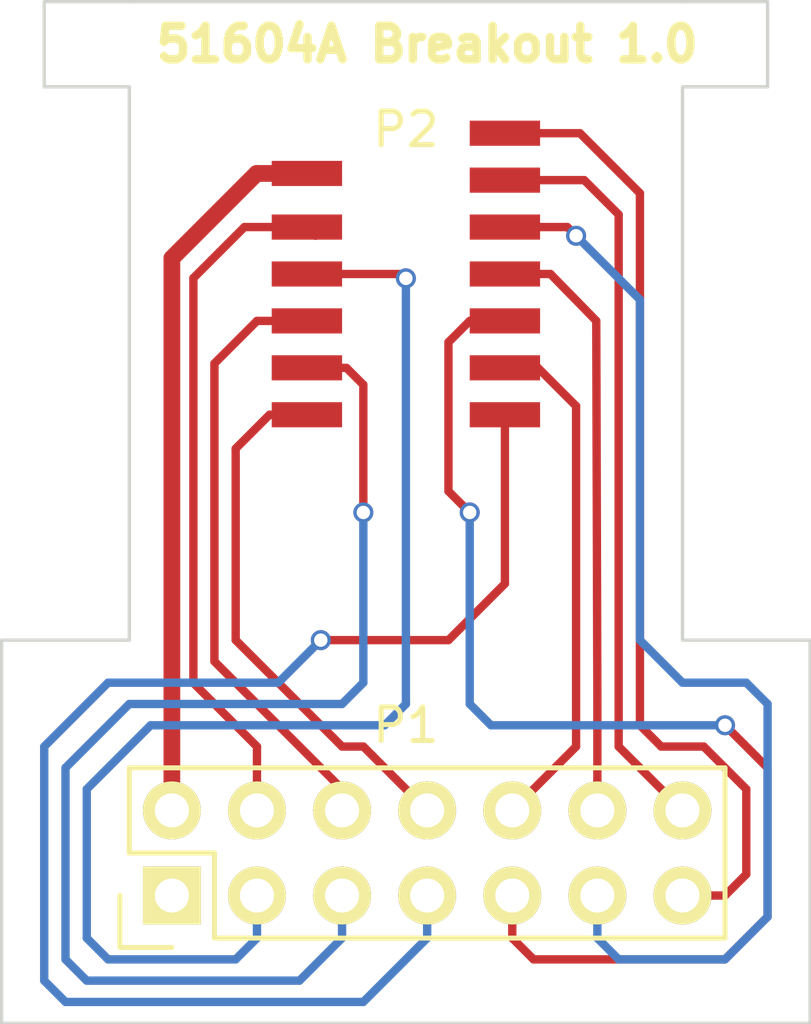
<source format=kicad_pcb>
(kicad_pcb (version 20171130) (host pcbnew "(5.1.12)-1")

  (general
    (thickness 1.6)
    (drawings 15)
    (tracks 111)
    (zones 0)
    (modules 2)
    (nets 15)
  )

  (page A4)
  (layers
    (0 F.Cu signal)
    (31 B.Cu signal)
    (32 B.Adhes user)
    (33 F.Adhes user hide)
    (34 B.Paste user)
    (35 F.Paste user)
    (36 B.SilkS user)
    (37 F.SilkS user)
    (38 B.Mask user)
    (39 F.Mask user)
    (40 Dwgs.User user)
    (41 Cmts.User user)
    (42 Eco1.User user)
    (43 Eco2.User user)
    (44 Edge.Cuts user)
    (45 Margin user)
    (46 B.CrtYd user)
    (47 F.CrtYd user)
    (48 B.Fab user)
    (49 F.Fab user)
  )

  (setup
    (last_trace_width 0.25)
    (trace_clearance 0.2)
    (zone_clearance 0.508)
    (zone_45_only no)
    (trace_min 0.2)
    (via_size 0.6)
    (via_drill 0.4)
    (via_min_size 0.4)
    (via_min_drill 0.3)
    (uvia_size 0.3)
    (uvia_drill 0.1)
    (uvias_allowed no)
    (uvia_min_size 0.2)
    (uvia_min_drill 0.1)
    (edge_width 0.1)
    (segment_width 0.2)
    (pcb_text_width 0.3)
    (pcb_text_size 1.5 1.5)
    (mod_edge_width 0.15)
    (mod_text_size 1 1)
    (mod_text_width 0.15)
    (pad_size 1.5 1.5)
    (pad_drill 0.6)
    (pad_to_mask_clearance 0)
    (aux_axis_origin 0 0)
    (visible_elements 7FFFFFFF)
    (pcbplotparams
      (layerselection 0x00000_00000001)
      (usegerberextensions false)
      (usegerberattributes true)
      (usegerberadvancedattributes true)
      (creategerberjobfile true)
      (excludeedgelayer false)
      (linewidth 0.100000)
      (plotframeref false)
      (viasonmask false)
      (mode 1)
      (useauxorigin false)
      (hpglpennumber 1)
      (hpglpenspeed 20)
      (hpglpendiameter 15.000000)
      (psnegative false)
      (psa4output false)
      (plotreference true)
      (plotvalue true)
      (plotinvisibletext false)
      (padsonsilk false)
      (subtractmaskfromsilk false)
      (outputformat 4)
      (mirror false)
      (drillshape 0)
      (scaleselection 1)
      (outputdirectory ""))
  )

  (net 0 "")
  (net 1 "Net-(P1-Pad1)")
  (net 2 /VCC)
  (net 3 "Net-(P1-Pad3)")
  (net 4 "Net-(P1-Pad4)")
  (net 5 "Net-(P1-Pad5)")
  (net 6 "Net-(P1-Pad6)")
  (net 7 "Net-(P1-Pad7)")
  (net 8 "Net-(P1-Pad8)")
  (net 9 "Net-(P1-Pad9)")
  (net 10 "Net-(P1-Pad10)")
  (net 11 "Net-(P1-Pad11)")
  (net 12 "Net-(P1-Pad12)")
  (net 13 "Net-(P1-Pad13)")
  (net 14 "Net-(P1-Pad14)")

  (net_class Default "This is the default net class."
    (clearance 0.2)
    (trace_width 0.25)
    (via_dia 0.6)
    (via_drill 0.4)
    (uvia_dia 0.3)
    (uvia_drill 0.1)
    (add_net "Net-(P1-Pad1)")
    (add_net "Net-(P1-Pad10)")
    (add_net "Net-(P1-Pad11)")
    (add_net "Net-(P1-Pad12)")
    (add_net "Net-(P1-Pad13)")
    (add_net "Net-(P1-Pad14)")
    (add_net "Net-(P1-Pad3)")
    (add_net "Net-(P1-Pad4)")
    (add_net "Net-(P1-Pad5)")
    (add_net "Net-(P1-Pad6)")
    (add_net "Net-(P1-Pad7)")
    (add_net "Net-(P1-Pad8)")
    (add_net "Net-(P1-Pad9)")
  )

  (net_class VCC ""
    (clearance 0.2)
    (trace_width 0.5)
    (via_dia 0.6)
    (via_drill 0.4)
    (uvia_dia 0.3)
    (uvia_drill 0.1)
    (add_net /VCC)
  )

  (module Pin_Headers:Pin_Header_Straight_2x07 (layer F.Cu) (tedit 55842672) (tstamp 5583F767)
    (at 39.37 59.69 90)
    (descr "Through hole pin header")
    (tags "pin header")
    (path /5582B2A2)
    (fp_text reference P1 (at 5.08 6.985 180) (layer F.SilkS)
      (effects (font (size 1 1) (thickness 0.15)))
    )
    (fp_text value CONN_02X07 (at 1.905 -3.175 90) (layer F.Fab)
      (effects (font (size 1 1) (thickness 0.15)))
    )
    (fp_line (start -1.55 -1.55) (end -1.55 0) (layer F.SilkS) (width 0.15))
    (fp_line (start 1.27 1.27) (end -1.27 1.27) (layer F.SilkS) (width 0.15))
    (fp_line (start 1.27 -1.27) (end 1.27 1.27) (layer F.SilkS) (width 0.15))
    (fp_line (start 0 -1.55) (end -1.55 -1.55) (layer F.SilkS) (width 0.15))
    (fp_line (start 3.81 -1.27) (end 1.27 -1.27) (layer F.SilkS) (width 0.15))
    (fp_line (start 3.81 16.51) (end -1.27 16.51) (layer F.SilkS) (width 0.15))
    (fp_line (start -1.27 1.27) (end -1.27 16.51) (layer F.SilkS) (width 0.15))
    (fp_line (start 3.81 16.51) (end 3.81 -1.27) (layer F.SilkS) (width 0.15))
    (fp_line (start -1.75 17) (end 4.3 17) (layer F.CrtYd) (width 0.05))
    (fp_line (start -1.75 -1.75) (end 4.3 -1.75) (layer F.CrtYd) (width 0.05))
    (fp_line (start 4.3 -1.75) (end 4.3 17) (layer F.CrtYd) (width 0.05))
    (fp_line (start -1.75 -1.75) (end -1.75 17) (layer F.CrtYd) (width 0.05))
    (pad 1 thru_hole rect (at 0 0 90) (size 1.7272 1.7272) (drill 1.016) (layers *.Cu *.Mask F.SilkS)
      (net 1 "Net-(P1-Pad1)"))
    (pad 2 thru_hole oval (at 2.54 0 90) (size 1.7272 1.7272) (drill 1.016) (layers *.Cu *.Mask F.SilkS)
      (net 2 /VCC))
    (pad 3 thru_hole oval (at 0 2.54 90) (size 1.7272 1.7272) (drill 1.016) (layers *.Cu *.Mask F.SilkS)
      (net 3 "Net-(P1-Pad3)"))
    (pad 4 thru_hole oval (at 2.54 2.54 90) (size 1.7272 1.7272) (drill 1.016) (layers *.Cu *.Mask F.SilkS)
      (net 4 "Net-(P1-Pad4)"))
    (pad 5 thru_hole oval (at 0 5.08 90) (size 1.7272 1.7272) (drill 1.016) (layers *.Cu *.Mask F.SilkS)
      (net 5 "Net-(P1-Pad5)"))
    (pad 6 thru_hole oval (at 2.54 5.08 90) (size 1.7272 1.7272) (drill 1.016) (layers *.Cu *.Mask F.SilkS)
      (net 6 "Net-(P1-Pad6)"))
    (pad 7 thru_hole oval (at 0 7.62 90) (size 1.7272 1.7272) (drill 1.016) (layers *.Cu *.Mask F.SilkS)
      (net 7 "Net-(P1-Pad7)"))
    (pad 8 thru_hole oval (at 2.54 7.62 90) (size 1.7272 1.7272) (drill 1.016) (layers *.Cu *.Mask F.SilkS)
      (net 8 "Net-(P1-Pad8)"))
    (pad 9 thru_hole oval (at 0 10.16 90) (size 1.7272 1.7272) (drill 1.016) (layers *.Cu *.Mask F.SilkS)
      (net 9 "Net-(P1-Pad9)"))
    (pad 10 thru_hole oval (at 2.54 10.16 90) (size 1.7272 1.7272) (drill 1.016) (layers *.Cu *.Mask F.SilkS)
      (net 10 "Net-(P1-Pad10)"))
    (pad 11 thru_hole oval (at 0 12.7 90) (size 1.7272 1.7272) (drill 1.016) (layers *.Cu *.Mask F.SilkS)
      (net 11 "Net-(P1-Pad11)"))
    (pad 12 thru_hole oval (at 2.54 12.7 90) (size 1.7272 1.7272) (drill 1.016) (layers *.Cu *.Mask F.SilkS)
      (net 12 "Net-(P1-Pad12)"))
    (pad 13 thru_hole oval (at 0 15.24 90) (size 1.7272 1.7272) (drill 1.016) (layers *.Cu *.Mask F.SilkS)
      (net 13 "Net-(P1-Pad13)"))
    (pad 14 thru_hole oval (at 2.54 15.24 90) (size 1.7272 1.7272) (drill 1.016) (layers *.Cu *.Mask F.SilkS)
      (net 14 "Net-(P1-Pad14)"))
    (model Pin_Headers.3dshapes/Pin_Header_Straight_2x07.wrl
      (offset (xyz 1.269999980926514 -7.619999885559082 0))
      (scale (xyz 1 1 1))
      (rotate (xyz 0 0 90))
    )
  )

  (module myParts:SpringContact (layer F.Cu) (tedit 55842667) (tstamp 5583F778)
    (at 44.45 45.72)
    (path /5582DC46)
    (fp_text reference P2 (at 1.905 -8.89) (layer F.SilkS)
      (effects (font (size 1 1) (thickness 0.15)))
    )
    (fp_text value Printhead (at 1.905 1.27) (layer F.Fab)
      (effects (font (size 1 1) (thickness 0.15)))
    )
    (pad 5 smd rect (at -1.05 -0.375) (size 2.1 0.75) (layers F.Cu F.Paste F.Mask)
      (net 8 "Net-(P1-Pad8)"))
    (pad 4 smd rect (at -1.05 -1.775) (size 2.1 0.75) (layers F.Cu F.Paste F.Mask)
      (net 5 "Net-(P1-Pad5)"))
    (pad 3 smd rect (at -1.05 -3.175) (size 2.1 0.75) (layers F.Cu F.Paste F.Mask)
      (net 6 "Net-(P1-Pad6)"))
    (pad 2 smd rect (at -1.05 -4.575) (size 2.1 0.75) (layers F.Cu F.Paste F.Mask)
      (net 3 "Net-(P1-Pad3)"))
    (pad 1 smd rect (at -1.05 -5.975) (size 2.1 0.75) (layers F.Cu F.Paste F.Mask)
      (net 4 "Net-(P1-Pad4)"))
    (pad 13 smd rect (at -1.05 -7.575) (size 2.1 0.75) (layers F.Cu F.Paste F.Mask)
      (net 2 /VCC))
    (pad 12 smd rect (at 4.86 -8.775) (size 2.1 0.75) (layers F.Cu F.Paste F.Mask)
      (net 13 "Net-(P1-Pad13)"))
    (pad 6 smd rect (at 4.86 -0.375) (size 2.1 0.75) (layers F.Cu F.Paste F.Mask)
      (net 7 "Net-(P1-Pad7)"))
    (pad 7 smd rect (at 4.86 -1.775) (size 2.1 0.75) (layers F.Cu F.Paste F.Mask)
      (net 10 "Net-(P1-Pad10)"))
    (pad 8 smd rect (at 4.86 -3.175) (size 2.1 0.75) (layers F.Cu F.Paste F.Mask)
      (net 9 "Net-(P1-Pad9)"))
    (pad 9 smd rect (at 4.86 -4.575) (size 2.1 0.75) (layers F.Cu F.Paste F.Mask)
      (net 12 "Net-(P1-Pad12)"))
    (pad 10 smd rect (at 4.86 -5.975) (size 2.1 0.75) (layers F.Cu F.Paste F.Mask)
      (net 11 "Net-(P1-Pad11)"))
    (pad 11 smd rect (at 4.86 -7.375) (size 2.1 0.75) (layers F.Cu F.Paste F.Mask)
      (net 14 "Net-(P1-Pad14)"))
  )

  (gr_text "51604A Breakout 1.0" (at 46.99 34.29) (layer F.SilkS)
    (effects (font (size 1 1) (thickness 0.25)))
  )
  (gr_line (start 57.15 33.02) (end 54.61 33.02) (angle 90) (layer Edge.Cuts) (width 0.1))
  (gr_line (start 57.15 35.56) (end 57.15 33.02) (angle 90) (layer Edge.Cuts) (width 0.1))
  (gr_line (start 54.61 35.56) (end 57.15 35.56) (angle 90) (layer Edge.Cuts) (width 0.1))
  (gr_line (start 35.56 33.02) (end 38.1 33.02) (angle 90) (layer Edge.Cuts) (width 0.1))
  (gr_line (start 35.56 35.56) (end 35.56 33.02) (angle 90) (layer Edge.Cuts) (width 0.1))
  (gr_line (start 38.1 35.56) (end 35.56 35.56) (angle 90) (layer Edge.Cuts) (width 0.1))
  (gr_line (start 38.1 35.56) (end 38.1 52.07) (angle 90) (layer Edge.Cuts) (width 0.1))
  (gr_line (start 54.61 35.56) (end 54.61 52.07) (angle 90) (layer Edge.Cuts) (width 0.1))
  (gr_line (start 58.42 52.07) (end 58.42 63.5) (angle 90) (layer Edge.Cuts) (width 0.1))
  (gr_line (start 54.61 52.07) (end 58.42 52.07) (angle 90) (layer Edge.Cuts) (width 0.1))
  (gr_line (start 34.29 52.07) (end 38.1 52.07) (angle 90) (layer Edge.Cuts) (width 0.1))
  (gr_line (start 34.29 63.5) (end 34.29 52.07) (angle 90) (layer Edge.Cuts) (width 0.1))
  (gr_line (start 58.42 63.5) (end 34.29 63.5) (angle 90) (layer Edge.Cuts) (width 0.1))
  (gr_line (start 38.1 33.02) (end 54.61 33.02) (angle 90) (layer Edge.Cuts) (width 0.1))

  (segment (start 43.4 38.145) (end 41.8999 38.145) (width 0.5) (layer F.Cu) (net 2))
  (segment (start 41.8999 38.145) (end 39.37 40.6749) (width 0.5) (layer F.Cu) (net 2))
  (segment (start 39.37 40.6749) (end 39.37 57.15) (width 0.5) (layer F.Cu) (net 2))
  (segment (start 46.355 41.275) (end 46.225 41.145) (width 0.25) (layer F.Cu) (net 3))
  (segment (start 46.225 41.145) (end 43.4 41.145) (width 0.25) (layer F.Cu) (net 3))
  (segment (start 41.91 59.69) (end 41.91 60.96) (width 0.25) (layer B.Cu) (net 3))
  (segment (start 41.91 60.96) (end 41.275 61.595) (width 0.25) (layer B.Cu) (net 3))
  (segment (start 41.275 61.595) (end 37.465 61.595) (width 0.25) (layer B.Cu) (net 3))
  (segment (start 37.465 61.595) (end 36.83 60.96) (width 0.25) (layer B.Cu) (net 3))
  (segment (start 36.83 60.96) (end 36.83 56.515) (width 0.25) (layer B.Cu) (net 3))
  (segment (start 36.83 56.515) (end 38.735 54.61) (width 0.25) (layer B.Cu) (net 3))
  (segment (start 38.735 54.61) (end 45.72 54.61) (width 0.25) (layer B.Cu) (net 3))
  (segment (start 45.72 54.61) (end 46.355 53.975) (width 0.25) (layer B.Cu) (net 3))
  (segment (start 46.355 53.975) (end 46.355 41.275) (width 0.25) (layer B.Cu) (net 3))
  (segment (start 43.4 41.145) (end 43.53 41.275) (width 0.25) (layer F.Cu) (net 3))
  (via (at 46.355 41.275) (size 0.6) (layers F.Cu B.Cu) (net 3))
  (segment (start 41.91 57.15) (end 41.91 55.245) (width 0.25) (layer F.Cu) (net 4))
  (segment (start 41.91 55.245) (end 40.0125 53.3475) (width 0.25) (layer F.Cu) (net 4))
  (segment (start 40.0125 53.3475) (end 40.0125 41.2675) (width 0.25) (layer F.Cu) (net 4))
  (segment (start 40.0125 41.2675) (end 41.535 39.745) (width 0.25) (layer F.Cu) (net 4))
  (segment (start 41.535 39.745) (end 43.4 39.745) (width 0.25) (layer F.Cu) (net 4))
  (segment (start 43.66 40.005) (end 43.4 39.745) (width 0.25) (layer F.Cu) (net 4))
  (segment (start 43.945 43.945) (end 43.4 43.945) (width 0.25) (layer F.Cu) (net 5))
  (segment (start 45.085 48.26) (end 45.085 44.45) (width 0.25) (layer F.Cu) (net 5))
  (segment (start 45.085 44.45) (end 44.58 43.945) (width 0.25) (layer F.Cu) (net 5))
  (segment (start 44.58 43.945) (end 43.945 43.945) (width 0.25) (layer F.Cu) (net 5))
  (segment (start 44.45 59.69) (end 44.45 60.96) (width 0.25) (layer B.Cu) (net 5))
  (segment (start 44.45 60.96) (end 43.18 62.23) (width 0.25) (layer B.Cu) (net 5))
  (segment (start 43.18 62.23) (end 36.83 62.23) (width 0.25) (layer B.Cu) (net 5))
  (segment (start 36.83 62.23) (end 36.195 61.595) (width 0.25) (layer B.Cu) (net 5))
  (segment (start 36.195 61.595) (end 36.195 55.88) (width 0.25) (layer B.Cu) (net 5))
  (segment (start 36.195 55.88) (end 38.1 53.975) (width 0.25) (layer B.Cu) (net 5))
  (segment (start 38.1 53.975) (end 44.45 53.975) (width 0.25) (layer B.Cu) (net 5))
  (segment (start 44.45 53.975) (end 45.085 53.34) (width 0.25) (layer B.Cu) (net 5))
  (segment (start 45.085 53.34) (end 45.085 48.26) (width 0.25) (layer B.Cu) (net 5))
  (segment (start 43.945 43.945) (end 43.4 43.945) (width 0.25) (layer F.Cu) (net 5))
  (via (at 45.085 48.26) (size 0.6) (layers F.Cu B.Cu) (net 5))
  (segment (start 42.545 42.545) (end 43.4 42.545) (width 0.25) (layer F.Cu) (net 6))
  (segment (start 44.45 57.15) (end 44.45 56.515) (width 0.25) (layer F.Cu) (net 6))
  (segment (start 44.45 56.515) (end 40.64 52.705) (width 0.25) (layer F.Cu) (net 6))
  (segment (start 40.64 52.705) (end 40.64 43.815) (width 0.25) (layer F.Cu) (net 6))
  (segment (start 40.64 43.815) (end 41.91 42.545) (width 0.25) (layer F.Cu) (net 6))
  (segment (start 41.91 42.545) (end 42.545 42.545) (width 0.25) (layer F.Cu) (net 6))
  (segment (start 42.545 42.545) (end 43.4 42.545) (width 0.25) (layer F.Cu) (net 6))
  (segment (start 43.815 52.07) (end 42.545 53.34) (width 0.25) (layer B.Cu) (net 7))
  (segment (start 42.545 53.34) (end 37.465 53.34) (width 0.25) (layer B.Cu) (net 7))
  (segment (start 37.465 53.34) (end 35.56 55.245) (width 0.25) (layer B.Cu) (net 7))
  (segment (start 35.56 55.245) (end 35.56 62.23) (width 0.25) (layer B.Cu) (net 7))
  (segment (start 35.56 62.23) (end 36.195 62.865) (width 0.25) (layer B.Cu) (net 7))
  (segment (start 36.195 62.865) (end 45.085 62.865) (width 0.25) (layer B.Cu) (net 7))
  (segment (start 45.085 62.865) (end 46.99 60.96) (width 0.25) (layer B.Cu) (net 7))
  (segment (start 46.99 60.96) (end 46.99 59.69) (width 0.25) (layer B.Cu) (net 7))
  (segment (start 43.815 52.07) (end 47.625 52.07) (width 0.25) (layer F.Cu) (net 7))
  (segment (start 47.625 52.07) (end 49.31 50.385) (width 0.25) (layer F.Cu) (net 7))
  (segment (start 49.31 50.385) (end 49.31 45.345) (width 0.25) (layer F.Cu) (net 7))
  (via (at 43.815 52.07) (size 0.6) (layers F.Cu B.Cu) (net 7))
  (segment (start 46.99 57.15) (end 45.085 55.245) (width 0.25) (layer F.Cu) (net 8))
  (segment (start 45.085 55.245) (end 44.45 55.245) (width 0.25) (layer F.Cu) (net 8))
  (segment (start 44.45 55.245) (end 41.275 52.07) (width 0.25) (layer F.Cu) (net 8))
  (segment (start 41.275 52.07) (end 41.275 46.355) (width 0.25) (layer F.Cu) (net 8))
  (segment (start 41.275 46.355) (end 42.285 45.345) (width 0.25) (layer F.Cu) (net 8))
  (segment (start 42.285 45.345) (end 43.4 45.345) (width 0.25) (layer F.Cu) (net 8))
  (segment (start 48.26 48.26) (end 48.26 53.975) (width 0.25) (layer B.Cu) (net 9))
  (segment (start 48.26 53.975) (end 48.895 54.61) (width 0.25) (layer B.Cu) (net 9))
  (segment (start 48.895 54.61) (end 55.88 54.61) (width 0.25) (layer B.Cu) (net 9))
  (segment (start 49.31 42.545) (end 48.26 42.545) (width 0.25) (layer F.Cu) (net 9))
  (segment (start 48.26 42.545) (end 47.625 43.18) (width 0.25) (layer F.Cu) (net 9))
  (segment (start 47.625 43.18) (end 47.625 47.625) (width 0.25) (layer F.Cu) (net 9))
  (segment (start 47.625 47.625) (end 48.26 48.26) (width 0.25) (layer F.Cu) (net 9))
  (segment (start 55.88 54.61) (end 57.15 55.88) (width 0.25) (layer F.Cu) (net 9))
  (segment (start 57.15 55.88) (end 57.15 60.325) (width 0.25) (layer F.Cu) (net 9))
  (segment (start 57.15 60.325) (end 55.88 61.595) (width 0.25) (layer F.Cu) (net 9))
  (segment (start 55.88 61.595) (end 50.165 61.595) (width 0.25) (layer F.Cu) (net 9))
  (segment (start 50.165 61.595) (end 49.53 60.96) (width 0.25) (layer F.Cu) (net 9))
  (segment (start 49.53 60.96) (end 49.53 59.69) (width 0.25) (layer F.Cu) (net 9))
  (via (at 48.26 48.26) (size 0.6) (layers F.Cu B.Cu) (net 9))
  (via (at 55.88 54.61) (size 0.6) (layers F.Cu B.Cu) (net 9))
  (segment (start 49.53 57.15) (end 51.435 55.245) (width 0.25) (layer F.Cu) (net 10))
  (segment (start 51.435 55.245) (end 51.435 45.085) (width 0.25) (layer F.Cu) (net 10))
  (segment (start 51.435 45.085) (end 50.295 43.945) (width 0.25) (layer F.Cu) (net 10))
  (segment (start 50.295 43.945) (end 49.31 43.945) (width 0.25) (layer F.Cu) (net 10))
  (segment (start 51.435 40.005) (end 53.34 41.91) (width 0.25) (layer B.Cu) (net 11))
  (segment (start 53.34 41.91) (end 53.34 52.07) (width 0.25) (layer B.Cu) (net 11))
  (segment (start 53.34 52.07) (end 54.61 53.34) (width 0.25) (layer B.Cu) (net 11))
  (segment (start 54.61 53.34) (end 56.515 53.34) (width 0.25) (layer B.Cu) (net 11))
  (segment (start 56.515 53.34) (end 57.15 53.975) (width 0.25) (layer B.Cu) (net 11))
  (segment (start 57.15 53.975) (end 57.15 60.325) (width 0.25) (layer B.Cu) (net 11))
  (segment (start 57.15 60.325) (end 55.88 61.595) (width 0.25) (layer B.Cu) (net 11))
  (segment (start 55.88 61.595) (end 52.705 61.595) (width 0.25) (layer B.Cu) (net 11))
  (segment (start 52.705 61.595) (end 52.07 60.96) (width 0.25) (layer B.Cu) (net 11))
  (segment (start 52.07 60.96) (end 52.07 59.69) (width 0.25) (layer B.Cu) (net 11))
  (segment (start 51.435 40.005) (end 51.175 39.745) (width 0.25) (layer F.Cu) (net 11))
  (segment (start 51.175 39.745) (end 49.31 39.745) (width 0.25) (layer F.Cu) (net 11))
  (via (at 51.435 40.005) (size 0.6) (layers F.Cu B.Cu) (net 11))
  (segment (start 52.07 57.15) (end 52.07 53.975) (width 0.25) (layer F.Cu) (net 12))
  (segment (start 52.07 53.975) (end 52.0367 42.5432) (width 0.25) (layer F.Cu) (net 12))
  (segment (start 52.0367 42.5432) (end 50.67 41.145) (width 0.25) (layer F.Cu) (net 12))
  (segment (start 50.67 41.145) (end 49.31 41.145) (width 0.25) (layer F.Cu) (net 12))
  (segment (start 49.31 36.945) (end 51.55 36.945) (width 0.25) (layer F.Cu) (net 13))
  (segment (start 51.55 36.945) (end 53.34 38.735) (width 0.25) (layer F.Cu) (net 13))
  (segment (start 53.34 38.735) (end 53.34 54.61) (width 0.25) (layer F.Cu) (net 13))
  (segment (start 53.34 54.61) (end 53.975 55.245) (width 0.25) (layer F.Cu) (net 13))
  (segment (start 53.975 55.245) (end 55.245 55.245) (width 0.25) (layer F.Cu) (net 13))
  (segment (start 55.245 55.245) (end 56.515 56.515) (width 0.25) (layer F.Cu) (net 13))
  (segment (start 56.515 56.515) (end 56.515 59.055) (width 0.25) (layer F.Cu) (net 13))
  (segment (start 56.515 59.055) (end 55.88 59.69) (width 0.25) (layer F.Cu) (net 13))
  (segment (start 55.88 59.69) (end 54.61 59.69) (width 0.25) (layer F.Cu) (net 13))
  (segment (start 54.61 57.15) (end 52.705 55.245) (width 0.25) (layer F.Cu) (net 14))
  (segment (start 52.705 55.245) (end 52.705 39.37) (width 0.25) (layer F.Cu) (net 14))
  (segment (start 52.705 39.37) (end 51.68 38.345) (width 0.25) (layer F.Cu) (net 14))
  (segment (start 51.68 38.345) (end 49.31 38.345) (width 0.25) (layer F.Cu) (net 14))

)

</source>
